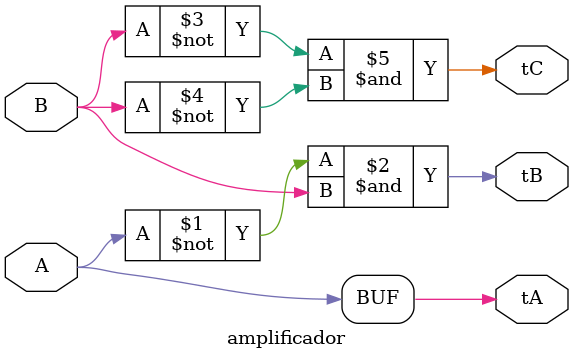
<source format=v>
module amplificador (A, B, tA, tB, tC);

    input A, B;
    output tA, tB, tC;

    assign tA = A;
    assign tB = ~A & B;
    assign tC = ~B & ~B;

endmodule

</source>
